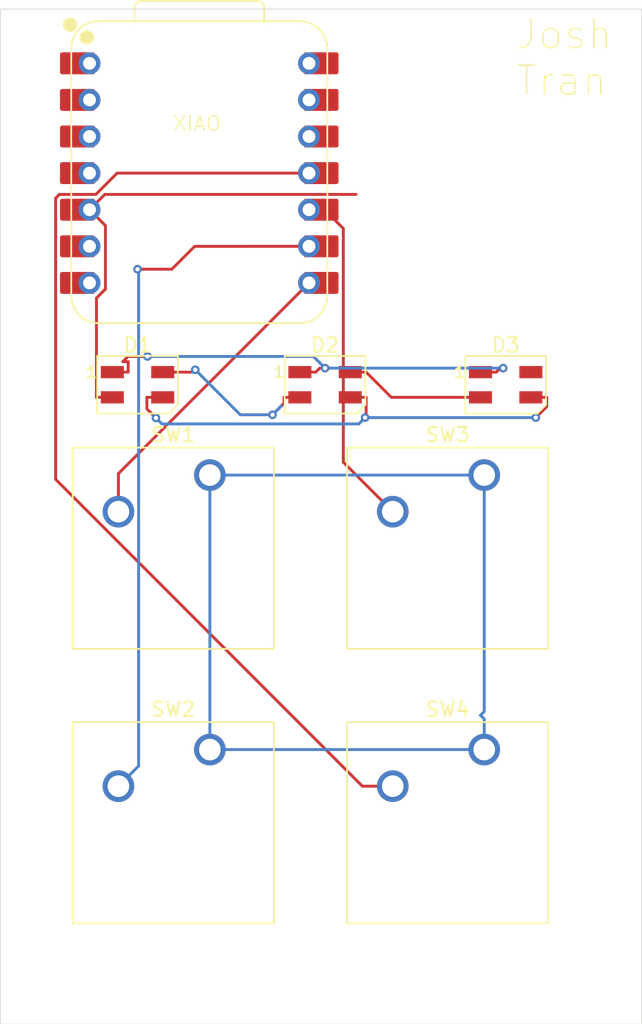
<source format=kicad_pcb>
(kicad_pcb (version 20241229) (generator "pcbnew") (generator_version "9.0")
  (layers (0 "F.Cu" signal) (2 "B.Cu" signal) (13 "F.Paste" user) (15 "B.Paste" user) (5 "F.SilkS" user "F.Silkscreen") (7 "B.SilkS" user "B.Silkscreen") (1 "F.Mask" user) (3 "B.Mask" user) (25 "Edge.Cuts" user))
  (net 0 "")
  (net 1 "Net-(D1-DIN)")
  (net 2 "Net-(D1-VDD)")
  (net 3 "Net-(D1-DOUT)")
  (net 4 "Net-(D1-VSS)")
  (net 5 "Net-(D2-DOUT)")
  (net 7 "Net-(U1-GPIO3{slash}MOSI)")
  (net 8 "Net-(U1-GPIO1{slash}RX)")
  (net 9 "unconnected-(U1-GPIO29{slash}ADC3{slash}A3-Pad4)")
  (net 10 "unconnected-(U1-GPIO26{slash}ADC0{slash}A0-Pad1)")
  (net 11 "unconnected-(U1-GPIO0{slash}TX-Pad7)")
  (net 12 "unconnected-(U1-GPIO28{slash}ADC2{slash}A2-Pad3)")
  (net 13 "unconnected-(U1-GPIO27{slash}ADC1{slash}A1-Pad2)")
  (net 14 "Net-(U1-GPIO4{slash}MISO)")
  (net 15 "unconnected-(U1-VBUS-Pad14)")
  (net 16 "unconnected-(U1-3V3-Pad12)")
  (net 17 "Net-(U1-GPIO2{slash}SCK)")
  (net 18 "unconnected-(U1-GPIO7{slash}SCL-Pad6)")
  (net 19 "unconnected-(U1-GND-Pad13)")
  (net 20 "Net-(SW1-Pad1)")
  (footprint "Seeed Studio XIAO:XIAO-RP2040-DIP" (layer "F.Cu") (at 56.6738 71.9137)
    (property "Reference" "U1")
    (property "Value" "XIAO-RP2040-DIP")
    (fp_line (start -8.89 8.509) (end -8.89 -8.636) (stroke (width 0.127)) (layer "F.SilkS"))
    (fp_line (start -6.985 10.414) (end 6.985 10.414) (stroke (width 0.127)) (layer "F.SilkS"))
    (fp_line (start -4.495 -10.541) (end -4.491272 -11.451272) (stroke (width 0.127)) (layer "F.SilkS"))
    (fp_line (start -3.991272 -11.951) (end 4.004 -11.951) (stroke (width 0.127)) (layer "F.SilkS"))
    (fp_line (start 4.504 -11.451) (end 4.504 -10.541) (stroke (width 0.127)) (layer "F.SilkS"))
    (fp_line (start 6.985 -10.541) (end -6.985 -10.541) (stroke (width 0.1)) (layer "F.SilkS"))
    (fp_line (start 6.985 -10.541) (end -6.985 -10.541) (stroke (width 0.127)) (layer "F.SilkS"))
    (fp_line (start 8.89 8.509) (end 8.89 -8.636) (stroke (width 0.127)) (layer "F.SilkS"))
    (fp_arc (start -8.89 -8.636) (mid -8.332038 -9.983038) (end -6.985 -10.541) (stroke (width 0.127)) (layer "F.SilkS"))
    (fp_arc (start -6.985 10.414) (mid -8.332038 9.856038) (end -8.89 8.509) (stroke (width 0.127)) (layer "F.SilkS"))
    (fp_arc (start -4.491272 -11.451272) (mid -4.344728 -11.80464) (end -3.991272 -11.951) (stroke (width 0.127)) (layer "F.SilkS"))
    (fp_arc (start 4.004 -11.951) (mid 4.357553 -11.804553) (end 4.504 -11.451) (stroke (width 0.127)) (layer "F.SilkS"))
    (fp_arc (start 6.985 -10.541) (mid 8.332038 -9.983038) (end 8.89 -8.636) (stroke (width 0.127)) (layer "F.SilkS"))
    (fp_arc (start 8.89 8.509) (mid 8.332038 9.856038) (end 6.985 10.414) (stroke (width 0.127)) (layer "F.SilkS"))
    (fp_circle (center -8.95 -10.3) (end -8.95 -10.554) (stroke (width 0.5)) (fill yes) (layer "F.SilkS"))
    (fp_circle (center -7.807 -9.42) (end -7.807 -9.674) (stroke (width 0.5)) (fill yes) (layer "F.SilkS"))
    (pad "1" smd roundrect (at -8.455 -7.62 180) (size 2.432 1.524) (layers "F.Cu" "F.Mask") (roundrect_rratio 0.1) (net 10 "unconnected-(U1-GPIO26{slash}ADC0{slash}A0-Pad1)"))
    (pad "1" thru_hole circle (at -7.62 -7.62 180) (size 1.524 1.524) (drill 0.889) (layers "*.Cu" "*.Mask") (net 10 "unconnected-(U1-GPIO26{slash}ADC0{slash}A0-Pad1)"))
    (pad "2" smd roundrect (at -8.455 -5.08 180) (size 2.432 1.524) (layers "F.Cu" "F.Mask") (roundrect_rratio 0.1) (net 13 "unconnected-(U1-GPIO27{slash}ADC1{slash}A1-Pad2)"))
    (pad "2" thru_hole circle (at -7.62 -5.08 180) (size 1.524 1.524) (drill 0.889) (layers "*.Cu" "*.Mask") (net 13 "unconnected-(U1-GPIO27{slash}ADC1{slash}A1-Pad2)"))
    (pad "3" smd roundrect (at -8.455 -2.54 180) (size 2.432 1.524) (layers "F.Cu" "F.Mask") (roundrect_rratio 0.1) (net 12 "unconnected-(U1-GPIO28{slash}ADC2{slash}A2-Pad3)"))
    (pad "3" thru_hole circle (at -7.62 -2.54 180) (size 1.524 1.524) (drill 0.889) (layers "*.Cu" "*.Mask") (net 12 "unconnected-(U1-GPIO28{slash}ADC2{slash}A2-Pad3)"))
    (pad "4" smd roundrect (at -8.455 0 180) (size 2.432 1.524) (layers "F.Cu" "F.Mask") (roundrect_rratio 0.1) (net 9 "unconnected-(U1-GPIO29{slash}ADC3{slash}A3-Pad4)"))
    (pad "4" thru_hole circle (at -7.62 0 180) (size 1.524 1.524) (drill 0.889) (layers "*.Cu" "*.Mask") (net 9 "unconnected-(U1-GPIO29{slash}ADC3{slash}A3-Pad4)"))
    (pad "5" smd roundrect (at -8.455 2.54 180) (size 2.432 1.524) (layers "F.Cu" "F.Mask") (roundrect_rratio 0.1) (net 1 "Net-(D1-DIN)"))
    (pad "5" thru_hole circle (at -7.62 2.54 180) (size 1.524 1.524) (drill 0.889) (layers "*.Cu" "*.Mask") (net 1 "Net-(D1-DIN)"))
    (pad "6" smd roundrect (at -8.455 5.08 180) (size 2.432 1.524) (layers "F.Cu" "F.Mask") (roundrect_rratio 0.1) (net 18 "unconnected-(U1-GPIO7{slash}SCL-Pad6)"))
    (pad "6" thru_hole circle (at -7.62 5.08 180) (size 1.524 1.524) (drill 0.889) (layers "*.Cu" "*.Mask") (net 18 "unconnected-(U1-GPIO7{slash}SCL-Pad6)"))
    (pad "7" smd roundrect (at -8.455 7.62 180) (size 2.432 1.524) (layers "F.Cu" "F.Mask") (roundrect_rratio 0.1) (net 11 "unconnected-(U1-GPIO0{slash}TX-Pad7)"))
    (pad "7" thru_hole circle (at -7.62 7.62 180) (size 1.524 1.524) (drill 0.889) (layers "*.Cu" "*.Mask") (net 11 "unconnected-(U1-GPIO0{slash}TX-Pad7)"))
    (pad "8" thru_hole circle (at 7.62 7.62) (size 1.524 1.524) (drill 0.889) (layers "*.Cu" "*.Mask") (net 8 "Net-(U1-GPIO1{slash}RX)"))
    (pad "8" smd roundrect (at 8.455 7.62) (size 2.432 1.524) (layers "F.Cu" "F.Mask") (roundrect_rratio 0.1) (net 8 "Net-(U1-GPIO1{slash}RX)"))
    (pad "9" thru_hole circle (at 7.62 5.08) (size 1.524 1.524) (drill 0.889) (layers "*.Cu" "*.Mask") (net 17 "Net-(U1-GPIO2{slash}SCK)"))
    (pad "9" smd roundrect (at 8.455 5.08) (size 2.432 1.524) (layers "F.Cu" "F.Mask") (roundrect_rratio 0.1) (net 17 "Net-(U1-GPIO2{slash}SCK)"))
    (pad "10" thru_hole circle (at 7.62 2.54) (size 1.524 1.524) (drill 0.889) (layers "*.Cu" "*.Mask") (net 14 "Net-(U1-GPIO4{slash}MISO)"))
    (pad "10" smd roundrect (at 8.455 2.54) (size 2.432 1.524) (layers "F.Cu" "F.Mask") (roundrect_rratio 0.1) (net 14 "Net-(U1-GPIO4{slash}MISO)"))
    (pad "11" thru_hole circle (at 7.62 0) (size 1.524 1.524) (drill 0.889) (layers "*.Cu" "*.Mask") (net 7 "Net-(U1-GPIO3{slash}MOSI)"))
    (pad "11" smd roundrect (at 8.455 0) (size 2.432 1.524) (layers "F.Cu" "F.Mask") (roundrect_rratio 0.1) (net 7 "Net-(U1-GPIO3{slash}MOSI)"))
    (pad "12" thru_hole circle (at 7.62 -2.54) (size 1.524 1.524) (drill 0.889) (layers "*.Cu" "*.Mask") (net 16 "unconnected-(U1-3V3-Pad12)"))
    (pad "12" smd roundrect (at 8.455 -2.54) (size 2.432 1.524) (layers "F.Cu" "F.Mask") (roundrect_rratio 0.1) (net 16 "unconnected-(U1-3V3-Pad12)"))
    (pad "13" thru_hole circle (at 7.62 -5.08) (size 1.524 1.524) (drill 0.889) (layers "*.Cu" "*.Mask") (net 19 "unconnected-(U1-GND-Pad13)"))
    (pad "13" smd roundrect (at 8.455 -5.08) (size 2.432 1.524) (layers "F.Cu" "F.Mask") (roundrect_rratio 0.1) (net 19 "unconnected-(U1-GND-Pad13)"))
    (pad "14" thru_hole circle (at 7.62 -7.62) (size 1.524 1.524) (drill 0.889) (layers "*.Cu" "*.Mask") (net 15 "unconnected-(U1-VBUS-Pad14)"))
    (pad "14" smd roundrect (at 8.455 -7.62) (size 2.432 1.524) (layers "F.Cu" "F.Mask") (roundrect_rratio 0.1) (net 15 "unconnected-(U1-VBUS-Pad14)"))
  )
  (footprint "Button_Switch_Keyboard:SW_Cherry_MX_1.00u_PCB" (layer "F.Cu") (at 76.46 92.87)
    (property "Reference" "SW3" (at -2.54 -2.794 0) (layer "F.SilkS"))
    (property "Value" "SW_Push")
    (fp_line (start -9.525 -1.905) (end 4.445 -1.905) (stroke (width 0.12)) (layer "F.SilkS"))
    (fp_line (start -9.525 12.065) (end -9.525 -1.905) (stroke (width 0.12)) (layer "F.SilkS"))
    (fp_line (start 4.445 -1.905) (end 4.445 12.065) (stroke (width 0.12)) (layer "F.SilkS"))
    (fp_line (start 4.445 12.065) (end -9.525 12.065) (stroke (width 0.12)) (layer "F.SilkS"))
    (pad "" np_thru_hole circle (at -7.62 5.08) (size 1.7 1.7) (drill 1.7) (layers "*.Cu" "*.Mask"))
    (pad "" np_thru_hole circle (at -2.54 5.08) (size 4 4) (drill 4) (layers "*.Cu" "*.Mask"))
    (pad "" np_thru_hole circle (at 2.54 5.08) (size 1.7 1.7) (drill 1.7) (layers "*.Cu" "*.Mask"))
    (pad "1" thru_hole circle (at 0 0) (size 2.2 2.2) (drill 1.5) (layers "*.Cu" "*.Mask") (net 20 "Net-(SW1-Pad1)"))
    (pad "2" thru_hole circle (at -6.35 2.54) (size 2.2 2.2) (drill 1.5) (layers "*.Cu" "*.Mask") (net 14 "Net-(U1-GPIO4{slash}MISO)"))
  )
  (footprint "LED_SMD:LED_SK6812MINI_PLCC4_3.5x3.5mm_P1.75mm" (layer "F.Cu") (at 65.4088 86.6)
    (property "Reference" "D2" (at 0 -2.75 0) (layer "F.SilkS"))
    (property "Value" "SK6812")
    (fp_line (start -2.8 -2) (end -2.8 2) (stroke (width 0.12)) (layer "F.SilkS"))
    (fp_line (start -2.8 -2) (end 2.8 -2) (stroke (width 0.12)) (layer "F.SilkS"))
    (fp_line (start -2.8 2) (end 2.2 2) (stroke (width 0.12)) (layer "F.SilkS"))
    (fp_line (start 2.8 1.4) (end 2.2 2) (stroke (width 0.12)) (layer "F.SilkS"))
    (fp_line (start 2.8 1.4) (end 2.8 -2) (stroke (width 0.12)) (layer "F.SilkS"))
    (fp_text user "1" (at -3.2 -0.875 0) (layer "F.SilkS") (effects (font (size 0.8 0.8))))
    (pad "1" smd rect (at -1.75 -0.875) (size 1.6 0.85) (layers "F.Cu" "F.Mask" "F.Paste") (net 4 "Net-(D1-VSS)"))
    (pad "2" smd rect (at -1.75 0.875) (size 1.6 0.85) (layers "F.Cu" "F.Mask" "F.Paste") (net 3 "Net-(D1-DOUT)"))
    (pad "3" smd rect (at 1.75 0.875) (size 1.6 0.85) (layers "F.Cu" "F.Mask" "F.Paste") (net 2 "Net-(D1-VDD)"))
    (pad "4" smd rect (at 1.75 -0.875) (size 1.6 0.85) (layers "F.Cu" "F.Mask" "F.Paste") (net 5 "Net-(D2-DOUT)"))
  )
  (footprint "LED_SMD:LED_SK6812MINI_PLCC4_3.5x3.5mm_P1.75mm" (layer "F.Cu") (at 52.3875 86.6)
    (property "Reference" "D1" (at 0 -2.75 0) (layer "F.SilkS"))
    (property "Value" "SK6812")
    (fp_line (start -2.8 -2) (end -2.8 2) (stroke (width 0.12)) (layer "F.SilkS"))
    (fp_line (start -2.8 -2) (end 2.8 -2) (stroke (width 0.12)) (layer "F.SilkS"))
    (fp_line (start -2.8 2) (end 2.2 2) (stroke (width 0.12)) (layer "F.SilkS"))
    (fp_line (start 2.8 1.4) (end 2.2 2) (stroke (width 0.12)) (layer "F.SilkS"))
    (fp_line (start 2.8 1.4) (end 2.8 -2) (stroke (width 0.12)) (layer "F.SilkS"))
    (fp_text user "1" (at -3.2 -0.875 0) (layer "F.SilkS") (effects (font (size 0.8 0.8))))
    (pad "1" smd rect (at -1.75 -0.875) (size 1.6 0.85) (layers "F.Cu" "F.Mask" "F.Paste") (net 4 "Net-(D1-VSS)"))
    (pad "2" smd rect (at -1.75 0.875) (size 1.6 0.85) (layers "F.Cu" "F.Mask" "F.Paste") (net 1 "Net-(D1-DIN)"))
    (pad "3" smd rect (at 1.75 0.875) (size 1.6 0.85) (layers "F.Cu" "F.Mask" "F.Paste") (net 2 "Net-(D1-VDD)"))
    (pad "4" smd rect (at 1.75 -0.875) (size 1.6 0.85) (layers "F.Cu" "F.Mask" "F.Paste") (net 3 "Net-(D1-DOUT)"))
  )
  (footprint "Button_Switch_Keyboard:SW_Cherry_MX_1.00u_PCB" (layer "F.Cu") (at 76.46 111.92)
    (property "Reference" "SW4" (at -2.54 -2.794 0) (layer "F.SilkS"))
    (property "Value" "SW_Push")
    (fp_line (start -9.525 -1.905) (end 4.445 -1.905) (stroke (width 0.12)) (layer "F.SilkS"))
    (fp_line (start -9.525 12.065) (end -9.525 -1.905) (stroke (width 0.12)) (layer "F.SilkS"))
    (fp_line (start 4.445 -1.905) (end 4.445 12.065) (stroke (width 0.12)) (layer "F.SilkS"))
    (fp_line (start 4.445 12.065) (end -9.525 12.065) (stroke (width 0.12)) (layer "F.SilkS"))
    (pad "" np_thru_hole circle (at -7.62 5.08) (size 1.7 1.7) (drill 1.7) (layers "*.Cu" "*.Mask"))
    (pad "" np_thru_hole circle (at -2.54 5.08) (size 4 4) (drill 4) (layers "*.Cu" "*.Mask"))
    (pad "" np_thru_hole circle (at 2.54 5.08) (size 1.7 1.7) (drill 1.7) (layers "*.Cu" "*.Mask"))
    (pad "1" thru_hole circle (at 0 0) (size 2.2 2.2) (drill 1.5) (layers "*.Cu" "*.Mask") (net 20 "Net-(SW1-Pad1)"))
    (pad "2" thru_hole circle (at -6.35 2.54) (size 2.2 2.2) (drill 1.5) (layers "*.Cu" "*.Mask") (net 7 "Net-(U1-GPIO3{slash}MOSI)"))
  )
  (footprint "LED_SMD:LED_SK6812MINI_PLCC4_3.5x3.5mm_P1.75mm" (layer "F.Cu") (at 77.95 86.6)
    (property "Reference" "D3" (at 0 -2.75 0) (layer "F.SilkS"))
    (property "Value" "SK6812")
    (fp_line (start -2.8 -2) (end -2.8 2) (stroke (width 0.12)) (layer "F.SilkS"))
    (fp_line (start -2.8 -2) (end 2.8 -2) (stroke (width 0.12)) (layer "F.SilkS"))
    (fp_line (start -2.8 2) (end 2.2 2) (stroke (width 0.12)) (layer "F.SilkS"))
    (fp_line (start 2.8 1.4) (end 2.2 2) (stroke (width 0.12)) (layer "F.SilkS"))
    (fp_line (start 2.8 1.4) (end 2.8 -2) (stroke (width 0.12)) (layer "F.SilkS"))
    (fp_text user "1" (at -3.2 -0.875 0) (layer "F.SilkS") (effects (font (size 0.8 0.8))))
    (pad "1" smd rect (at -1.75 -0.875) (size 1.6 0.85) (layers "F.Cu" "F.Mask" "F.Paste") (net 4 "Net-(D1-VSS)"))
    (pad "2" smd rect (at -1.75 0.875) (size 1.6 0.85) (layers "F.Cu" "F.Mask" "F.Paste") (net 5 "Net-(D2-DOUT)"))
    (pad "3" smd rect (at 1.75 0.875) (size 1.6 0.85) (layers "F.Cu" "F.Mask" "F.Paste") (net 2 "Net-(D1-VDD)"))
    (pad "4" smd rect (at 1.75 -0.875) (size 1.6 0.85) (layers "F.Cu" "F.Mask" "F.Paste"))
  )
  (footprint "Button_Switch_Keyboard:SW_Cherry_MX_1.00u_PCB" (layer "F.Cu") (at 57.41 111.92)
    (property "Reference" "SW2" (at -2.54 -2.794 0) (layer "F.SilkS"))
    (property "Value" "SW_Push")
    (fp_line (start -9.525 -1.905) (end 4.445 -1.905) (stroke (width 0.12)) (layer "F.SilkS"))
    (fp_line (start -9.525 12.065) (end -9.525 -1.905) (stroke (width 0.12)) (layer "F.SilkS"))
    (fp_line (start 4.445 -1.905) (end 4.445 12.065) (stroke (width 0.12)) (layer "F.SilkS"))
    (fp_line (start 4.445 12.065) (end -9.525 12.065) (stroke (width 0.12)) (layer "F.SilkS"))
    (pad "" np_thru_hole circle (at -7.62 5.08) (size 1.7 1.7) (drill 1.7) (layers "*.Cu" "*.Mask"))
    (pad "" np_thru_hole circle (at -2.54 5.08) (size 4 4) (drill 4) (layers "*.Cu" "*.Mask"))
    (pad "" np_thru_hole circle (at 2.54 5.08) (size 1.7 1.7) (drill 1.7) (layers "*.Cu" "*.Mask"))
    (pad "1" thru_hole circle (at 0 0) (size 2.2 2.2) (drill 1.5) (layers "*.Cu" "*.Mask") (net 20 "Net-(SW1-Pad1)"))
    (pad "2" thru_hole circle (at -6.35 2.54) (size 2.2 2.2) (drill 1.5) (layers "*.Cu" "*.Mask") (net 17 "Net-(U1-GPIO2{slash}SCK)"))
  )
  (footprint "Button_Switch_Keyboard:SW_Cherry_MX_1.00u_PCB" (layer "F.Cu") (at 57.41 92.87)
    (property "Reference" "SW1" (at -2.54 -2.794 0) (layer "F.SilkS"))
    (property "Value" "SW_Push")
    (fp_line (start -9.525 -1.905) (end 4.445 -1.905) (stroke (width 0.12)) (layer "F.SilkS"))
    (fp_line (start -9.525 12.065) (end -9.525 -1.905) (stroke (width 0.12)) (layer "F.SilkS"))
    (fp_line (start 4.445 -1.905) (end 4.445 12.065) (stroke (width 0.12)) (layer "F.SilkS"))
    (fp_line (start 4.445 12.065) (end -9.525 12.065) (stroke (width 0.12)) (layer "F.SilkS"))
    (pad "" np_thru_hole circle (at -7.62 5.08) (size 1.7 1.7) (drill 1.7) (layers "*.Cu" "*.Mask"))
    (pad "" np_thru_hole circle (at -2.54 5.08) (size 4 4) (drill 4) (layers "*.Cu" "*.Mask"))
    (pad "" np_thru_hole circle (at 2.54 5.08) (size 1.7 1.7) (drill 1.7) (layers "*.Cu" "*.Mask"))
    (pad "1" thru_hole circle (at 0 0) (size 2.2 2.2) (drill 1.5) (layers "*.Cu" "*.Mask") (net 20 "Net-(SW1-Pad1)"))
    (pad "2" thru_hole circle (at -6.35 2.54) (size 2.2 2.2) (drill 1.5) (layers "*.Cu" "*.Mask") (net 8 "Net-(U1-GPIO1{slash}RX)"))
  )
  (gr_rect (start 42.8625 60.53125) (end 87.39375 130.96875) (stroke (width 0.05)) (fill no) (layer "Edge.Cuts"))
  (gr_text "XIAO" (at 54.76875 69.05625 0) (layer "F.SilkS") (effects (font (size 1 1) (thickness 0.1)) (justify left bottom)))
  (gr_text "Josh\nTran" (at 78.58125 66.675 0) (layer "F.SilkS") (effects (font (size 2 2) (thickness 0.1)) (justify left bottom)))
  (segment (start 49.0538 74.4538) (end 49.0539 74.4537) (width 0.2) (layer "F.Cu") (net 1))
  (segment (start 49.5358 87.475) (end 49.5358 80.5842) (width 0.2) (layer "F.Cu") (net 1))
  (segment (start 49.0538 74.4537) (end 48.2188 74.4537) (width 0.2) (layer "F.Cu") (net 1))
  (segment (start 50.1168 73.3908) (end 67.5655 73.3908) (width 0.2) (layer "F.Cu") (net 1))
  (segment (start 50.1578 75.5576) (end 49.0539 74.4537) (width 0.2) (layer "F.Cu") (net 1))
  (segment (start 50.6375 87.475) (end 49.5358 87.475) (width 0.2) (layer "F.Cu") (net 1))
  (segment (start 49.5358 80.5842) (end 50.1578 79.9622) (width 0.2) (layer "F.Cu") (net 1))
  (segment (start 50.1578 79.9622) (end 50.1578 75.5576) (width 0.2) (layer "F.Cu") (net 1))
  (segment (start 49.0539 74.4537) (end 49.0538 74.4537) (width 0.2) (layer "F.Cu") (net 1))
  (segment (start 49.0539 74.4537) (end 50.1168 73.3908) (width 0.2) (layer "F.Cu") (net 1))
  (segment (start 80.8017 88.1185) (end 80.0388 88.8814) (width 0.2) (layer "F.Cu") (net 2))
  (segment (start 54.1375 87.475) (end 53.0358 87.475) (width 0.2) (layer "F.Cu") (net 2))
  (segment (start 53.0358 88.2746) (end 53.6654 88.9042) (width 0.2) (layer "F.Cu") (net 2))
  (segment (start 68.2605 88.8091) (end 68.2605 87.475) (width 0.2) (layer "F.Cu") (net 2))
  (segment (start 80.8017 87.475) (end 80.8017 88.1185) (width 0.2) (layer "F.Cu") (net 2))
  (segment (start 67.1588 87.475) (end 68.2605 87.475) (width 0.2) (layer "F.Cu") (net 2))
  (segment (start 53.0358 87.475) (end 53.0358 88.2746) (width 0.2) (layer "F.Cu") (net 2))
  (segment (start 79.7 87.475) (end 80.8017 87.475) (width 0.2) (layer "F.Cu") (net 2))
  (segment (start 68.1882 88.8814) (end 68.2605 88.8091) (width 0.2) (layer "F.Cu") (net 2))
  (via (at 80.0388 88.8814) (size 0.6) (drill 0.3) (layers "F.Cu" "B.Cu") (net 2))
  (via (at 68.1882 88.8814) (size 0.6) (drill 0.3) (layers "F.Cu" "B.Cu") (net 2))
  (via (at 53.6654 88.9042) (size 0.6) (drill 0.3) (layers "F.Cu" "B.Cu") (net 2))
  (segment (start 54.0813 89.3201) (end 67.7495 89.3201) (width 0.2) (layer "B.Cu") (net 2))
  (segment (start 53.6654 88.9042) (end 54.0813 89.3201) (width 0.2) (layer "B.Cu") (net 2))
  (segment (start 67.7495 89.3201) (end 68.1882 88.8814) (width 0.2) (layer "B.Cu") (net 2))
  (segment (start 80.0388 88.7792) (end 80.0388 88.8814) (width 0.2) (layer "B.Cu") (net 2))
  (segment (start 80.0388 88.8814) (end 80.0388 88.7792) (width 0.2) (layer "B.Cu") (net 2))
  (segment (start 80.0388 88.8814) (end 68.1882 88.8814) (width 0.2) (layer "B.Cu") (net 2))
  (segment (start 63.6588 87.475) (end 62.5571 87.475) (width 0.2) (layer "F.Cu") (net 3))
  (segment (start 61.757 88.6862) (end 62.5571 87.8861) (width 0.2) (layer "F.Cu") (net 3))
  (segment (start 61.757 88.6862) (end 62.3571 88.0861) (width 0.2) (layer "F.Cu") (net 3))
  (segment (start 56.2334 85.725) (end 56.3975 85.5609) (width 0.2) (layer "F.Cu") (net 3))
  (segment (start 56.2334 85.725) (end 56.3975 85.5609) (width 0.2) (layer "F.Cu") (net 3))
  (segment (start 62.3571 88.0861) (end 61.757 88.6862) (width 0.2) (layer "F.Cu") (net 3))
  (segment (start 54.1375 85.725) (end 56.2334 85.725) (width 0.2) (layer "F.Cu") (net 3))
  (segment (start 56.3975 85.5609) (end 56.2334 85.725) (width 0.2) (layer "F.Cu") (net 3))
  (segment (start 62.5571 87.8861) (end 62.5571 87.475) (width 0.2) (layer "F.Cu") (net 3))
  (via (at 61.757 88.6862) (size 0.6) (drill 0.3) (layers "F.Cu" "B.Cu") (net 3))
  (via (at 56.3975 85.5609) (size 0.6) (drill 0.3) (layers "F.Cu" "B.Cu") (net 3))
  (segment (start 59.5228 88.6862) (end 56.3975 85.5609) (width 0.2) (layer "B.Cu") (net 3))
  (segment (start 56.2334 85.725) (end 56.3975 85.5609) (width 0.2) (layer "B.Cu") (net 3))
  (segment (start 61.757 88.6862) (end 62.3571 88.0861) (width 0.2) (layer "B.Cu") (net 3))
  (segment (start 56.3975 85.5609) (end 56.2334 85.725) (width 0.2) (layer "B.Cu") (net 3))
  (segment (start 61.757 88.6862) (end 59.5228 88.6862) (width 0.2) (layer "B.Cu") (net 3))
  (segment (start 62.3571 88.0861) (end 61.757 88.6862) (width 0.2) (layer "B.Cu") (net 3))
  (segment (start 51.7392 85.725) (end 51.7392 84.9983) (width 0.2) (layer "F.Cu") (net 4))
  (segment (start 51.7392 84.9983) (end 51.3642 84.9983) (width 0.2) (layer "F.Cu") (net 4))
  (segment (start 76.2 85.725) (end 77.3017 85.725) (width 0.2) (layer "F.Cu") (net 4))
  (segment (start 77.5789 85.4478) (end 77.7739 85.4478) (width 0.2) (layer "F.Cu") (net 4))
  (segment (start 51.7244 84.6381) (end 53.0761 84.6381) (width 0.2) (layer "F.Cu") (net 4))
  (segment (start 77.7739 85.4478) (end 77.5789 85.4478) (width 0.2) (layer "F.Cu") (net 4))
  (segment (start 51.3642 84.9983) (end 51.7244 84.6381) (width 0.2) (layer "F.Cu") (net 4))
  (segment (start 77.5789 85.4478) (end 77.3017 85.725) (width 0.2) (layer "F.Cu") (net 4))
  (segment (start 65.0377 85.4478) (end 64.7605 85.725) (width 0.2) (layer "F.Cu") (net 4))
  (segment (start 65.4088 85.4478) (end 65.0377 85.4478) (width 0.2) (layer "F.Cu") (net 4))
  (segment (start 63.6588 85.725) (end 64.7605 85.725) (width 0.2) (layer "F.Cu") (net 4))
  (segment (start 77.7739 85.4478) (end 77.5789 85.4478) (width 0.2) (layer "F.Cu") (net 4))
  (segment (start 50.6375 85.725) (end 51.7392 85.725) (width 0.2) (layer "F.Cu") (net 4))
  (via (at 65.4088 85.4478) (size 0.6) (drill 0.3) (layers "F.Cu" "B.Cu") (net 4))
  (via (at 53.0761 84.6381) (size 0.6) (drill 0.3) (layers "F.Cu" "B.Cu") (net 4))
  (via (at 77.7739 85.4478) (size 0.6) (drill 0.3) (layers "F.Cu" "B.Cu") (net 4))
  (segment (start 77.7739 85.4478) (end 65.4088 85.4478) (width 0.2) (layer "B.Cu") (net 4))
  (segment (start 64.5991 84.6381) (end 65.4088 85.4478) (width 0.2) (layer "B.Cu") (net 4))
  (segment (start 77.7739 85.4478) (end 77.5789 85.4478) (width 0.2) (layer "B.Cu") (net 4))
  (segment (start 53.0761 84.6381) (end 64.5991 84.6381) (width 0.2) (layer "B.Cu") (net 4))
  (segment (start 77.5789 85.4478) (end 77.7739 85.4478) (width 0.2) (layer "B.Cu") (net 4))
  (segment (start 76.2 87.475) (end 70.0105 87.475) (width 0.2) (layer "F.Cu") (net 5))
  (segment (start 70.0105 87.475) (end 68.2605 85.725) (width 0.2) (layer "F.Cu") (net 5))
  (segment (start 67.1588 85.725) (end 68.2605 85.725) (width 0.2) (layer "F.Cu") (net 5))
  (segment (start 46.9631 73.3908) (end 46.7018 73.6521) (width 0.2) (layer "F.Cu") (net 7))
  (segment (start 64.7113 71.9137) (end 65.1288 71.9137) (width 0.2) (layer "F.Cu") (net 7))
  (segment (start 67.9985 114.46) (end 70.11 114.46) (width 0.2) (layer "F.Cu") (net 7))
  (segment (start 64.7113 71.9137) (end 64.2939 71.9137) (width 0.2) (layer "F.Cu") (net 7))
  (segment (start 64.2938 71.9137) (end 64.7113 71.9137) (width 0.2) (layer "F.Cu") (net 7))
  (segment (start 46.7018 93.1633) (end 67.9985 114.46) (width 0.2) (layer "F.Cu") (net 7))
  (segment (start 46.7018 73.6521) (end 46.7018 93.1633) (width 0.2) (layer "F.Cu") (net 7))
  (segment (start 49.4941 73.3908) (end 46.9631 73.3908) (width 0.2) (layer "F.Cu") (net 7))
  (segment (start 50.9711 71.9138) (end 49.4941 73.3908) (width 0.2) (layer "F.Cu") (net 7))
  (segment (start 64.2938 71.9138) (end 50.9711 71.9138) (width 0.2) (layer "F.Cu") (net 7))
  (segment (start 64.2939 71.9137) (end 64.2938 71.9138) (width 0.2) (layer "F.Cu") (net 7))
  (segment (start 51.06 92.7675) (end 64.2938 79.5338) (width 0.2) (layer "F.Cu") (net 8))
  (segment (start 64.2938 79.5337) (end 65.1288 79.5337) (width 0.2) (layer "F.Cu") (net 8))
  (segment (start 51.06 95.41) (end 51.06 92.7675) (width 0.2) (layer "F.Cu") (net 8))
  (segment (start 64.2938 79.5337) (end 64.2938 79.5338) (width 0.2) (layer "F.Cu") (net 8))
  (segment (start 49.0538 71.9137) (end 48.2188 71.9137) (width 0.2) (layer "F.Cu") (net 9))
  (segment (start 49.0538 64.2937) (end 48.2188 64.2937) (width 0.2) (layer "F.Cu") (net 10))
  (segment (start 49.0538 79.5337) (end 48.2188 79.5337) (width 0.2) (layer "F.Cu") (net 11))
  (segment (start 48.2188 69.3737) (end 49.0538 69.3737) (width 0.2) (layer "F.Cu") (net 12))
  (segment (start 48.2188 66.8337) (end 49.0538 66.8337) (width 0.2) (layer "F.Cu") (net 13))
  (segment (start 64.8326 74.4538) (end 65.1288 74.4538) (width 0.2) (layer "F.Cu") (net 14))
  (segment (start 65.3714 74.4538) (end 66.675 75.7574) (width 0.2) (layer "F.Cu") (net 14))
  (segment (start 66.675 75.7574) (end 66.675 91.975) (width 0.2) (layer "F.Cu") (net 14))
  (segment (start 65.1288 74.4538) (end 65.1288 74.4537) (width 0.2) (layer "F.Cu") (net 14))
  (segment (start 64.8326 74.4538) (end 65.3714 74.4538) (width 0.2) (layer "F.Cu") (net 14))
  (segment (start 64.2938 74.4537) (end 64.2938 74.4538) (width 0.2) (layer "F.Cu") (net 14))
  (segment (start 64.2938 74.4538) (end 64.8326 74.4538) (width 0.2) (layer "F.Cu") (net 14))
  (segment (start 66.675 91.975) (end 70.11 95.41) (width 0.2) (layer "F.Cu") (net 14))
  (segment (start 64.2938 64.2937) (end 65.1288 64.2937) (width 0.2) (layer "F.Cu") (net 15))
  (segment (start 65.1288 69.3737) (end 64.2938 69.3737) (width 0.2) (layer "F.Cu") (net 16))
  (segment (start 64.2937 76.9938) (end 64.2938 76.9937) (width 0.2) (layer "F.Cu") (net 17))
  (segment (start 52.3875 78.5812) (end 54.7688 78.5812) (width 0.2) (layer "F.Cu") (net 17))
  (segment (start 65.1288 76.9937) (end 64.2938 76.9937) (width 0.2) (layer "F.Cu") (net 17))
  (segment (start 60.325 76.9938) (end 64.2938 76.9938) (width 0.2) (layer "F.Cu") (net 17))
  (segment (start 56.3562 76.9938) (end 60.325 76.9938) (width 0.2) (layer "F.Cu") (net 17))
  (segment (start 60.325 76.9938) (end 64.2937 76.9938) (width 0.2) (layer "F.Cu") (net 17))
  (segment (start 54.7688 78.5812) (end 56.3562 76.9938) (width 0.2) (layer "F.Cu") (net 17))
  (via (at 52.3875 78.5812) (size 0.6) (drill 0.3) (layers "F.Cu" "B.Cu") (net 17))
  (segment (start 52.461 78.6548) (end 52.3875 78.5812) (width 0.2) (layer "B.Cu") (net 17))
  (segment (start 52.461 113.059) (end 52.461 78.6548) (width 0.2) (layer "B.Cu") (net 17))
  (segment (start 51.06 114.46) (end 52.461 113.059) (width 0.2) (layer "B.Cu") (net 17))
  (segment (start 48.2188 76.9937) (end 49.0538 76.9937) (width 0.2) (layer "F.Cu") (net 18))
  (segment (start 64.2938 66.8337) (end 65.1288 66.8337) (width 0.2) (layer "F.Cu") (net 19))
  (segment (start 76.46 111.92) (end 76.46 109.798) (width 0.2) (layer "B.Cu") (net 20))
  (segment (start 76.46 92.87) (end 57.41 92.87) (width 0.2) (layer "B.Cu") (net 20))
  (segment (start 76.46 109.278) (end 76.46 92.87) (width 0.2) (layer "B.Cu") (net 20))
  (segment (start 76.2 109.538) (end 76.46 109.278) (width 0.2) (layer "B.Cu") (net 20))
  (segment (start 57.41 92.87) (end 57.41 111.92) (width 0.2) (layer "B.Cu") (net 20))
  (segment (start 76.46 109.798) (end 76.2 109.538) (width 0.2) (layer "B.Cu") (net 20))
  (segment (start 57.41 111.92) (end 76.46 111.92) (width 0.2) (layer "B.Cu") (net 20))
)
</source>
